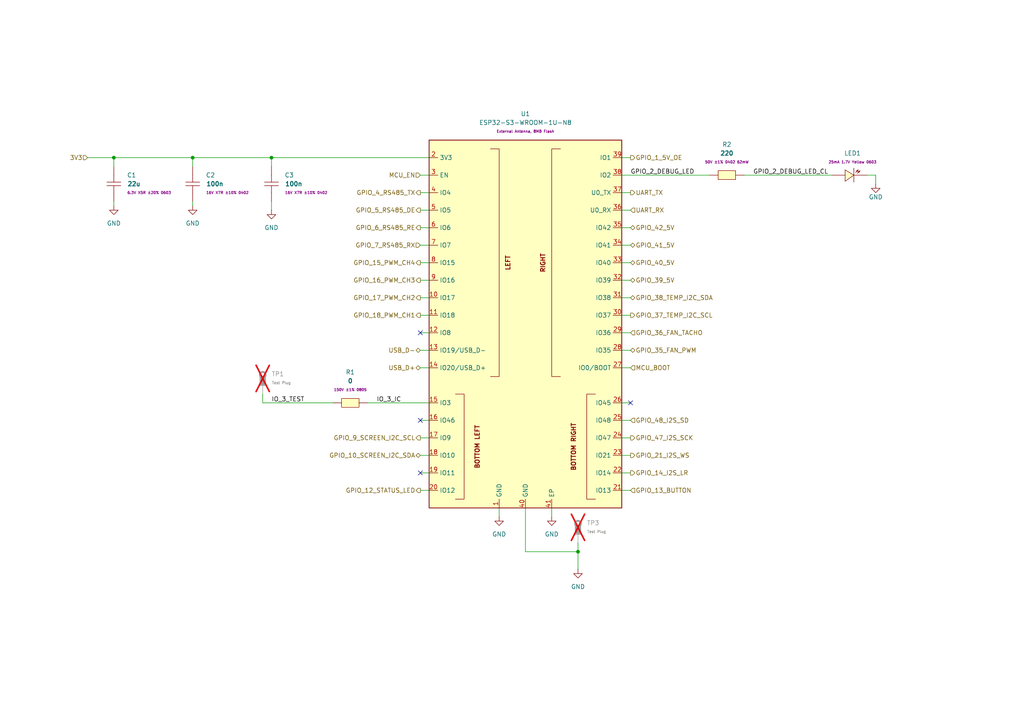
<source format=kicad_sch>
(kicad_sch (version 20231120) (generator "eeschema") (generator_version "8.0")
  (paper "A4")
  (lib_symbols
    (symbol "LiveAstra:C_100nF_X7R_0402" (pin_numbers hide) (pin_names hide)
      (property "Reference" "C" (at 0 8.89 0))
      (property "Value" "100n" (at 0 6.35 0))
      (property "Extra Values" "16V X7R ±10% 0402" (at 0 3.81 0))
      (symbol "C_100nF_X7R_0402_0_1"
        (polyline (pts (xy -2.54 0) (xy -0.51 0)))
        (polyline (pts (xy -0.51 2.03) (xy -0.51 -2.03)))
        (polyline (pts (xy 0.51 0) (xy 2.54 0)))
        (polyline (pts (xy 0.51 2.03) (xy 0.51 -2.03)))
      )
      (symbol "C_100nF_X7R_0402_1_1"
        (pin passive line (at -5.08 0 0) (length 2.54) (name "1") (number "1"))
        (pin passive line (at 5.08 0 180) (length 2.54) (name "2") (number "2"))
      )
    )
    (symbol "LiveAstra:C_22uF_X5R_0603" (pin_numbers hide) (pin_names hide)
      (property "Reference" "C" (at 0 8.89 0))
      (property "Value" "22u" (at 0 6.35 0))
      (property "Extra Values" "6.3V X5R ±20% 0603" (at 0 3.81 0))
      (symbol "C_22uF_X5R_0603_0_1"
        (polyline (pts (xy -0.51 -2.03) (xy -0.51 2.03)))
        (polyline (pts (xy -0.51 0) (xy -2.54 0)))
        (polyline (pts (xy 0.51 2.03) (xy 0.51 -2.03)))
        (polyline (pts (xy 2.54 0) (xy 0.51 0)))
      )
      (symbol "C_22uF_X5R_0603_1_1"
        (pin passive line (at -5.08 0 0) (length 2.54) (name "1") (number "1"))
        (pin passive line (at 5.08 0 180) (length 2.54) (name "2") (number "2"))
      )
    )
    (symbol "LiveAstra:ESP32-S3-WROOM-1U-N8"
      (property "Reference" "U" (at 0 66.04 0))
      (property "Value" "ESP32-S3-WROOM-1U-N8" (at 0 60.96 0))
      (property "Extra Values" "External Antenna, 8MB Flash" (at 0 55.88 0))
      (symbol "ESP32-S3-WROOM-1U-N8_0_0"
        (rectangle (start -27.94 53.34) (end 27.94 -53.34) (stroke (width 0.254)) (fill (type background)))
      )
      (symbol "ESP32-S3-WROOM-1U-N8_0_1"
        (polyline (pts (xy -20.32 -50.8) (xy -17.78 -50.8) (xy -17.78 -20.32) (xy -20.32 -20.32)))
        (polyline (pts (xy -10.16 -15.24) (xy -7.62 -15.24) (xy -7.62 50.8) (xy -10.16 50.8)))
        (polyline (pts (xy 10.16 50.8) (xy 7.62 50.8) (xy 7.62 -15.24) (xy 10.16 -15.24)))
        (polyline (pts (xy 20.32 -20.32) (xy 17.78 -20.32) (xy 17.78 -50.8) (xy 20.32 -50.8)))
      )
      (symbol "ESP32-S3-WROOM-1U-N8_1_1"
        (text "BOTTOM LEFT" (at -13.97 -35.56 900) (effects (font (size 1.27 1.27) (bold yes))))
        (text "BOTTOM RIGHT" (at 13.97 -35.56 900) (effects (font (size 1.27 1.27) (bold yes))))
        (text "LEFT" (at -5.08 17.78 900) (effects (font (size 1.27 1.27) (bold yes))))
        (text "RIGHT" (at 5.08 17.78 900) (effects (font (size 1.27 1.27) (bold yes))))
        (pin power_in line (at -7.62 -53.34 90) (length 2.54) (name "GND") (number "1"))
        (pin bidirectional line (at -27.94 7.62 0) (length 2.54) (name "IO17") (number "10"))
        (pin bidirectional line (at -27.94 2.54 0) (length 2.54) (name "IO18") (number "11"))
        (pin bidirectional line (at -27.94 -2.54 0) (length 2.54) (name "IO8") (number "12"))
        (pin bidirectional line (at -27.94 -7.62 0) (length 2.54) (name "IO19/USB_D-") (number "13"))
        (pin bidirectional line (at -27.94 -12.7 0) (length 2.54) (name "IO20/USB_D+") (number "14"))
        (pin bidirectional line (at -27.94 -22.86 0) (length 2.54) (name "IO3") (number "15"))
        (pin bidirectional line (at -27.94 -27.94 0) (length 2.54) (name "IO46") (number "16"))
        (pin bidirectional line (at -27.94 -33.02 0) (length 2.54) (name "IO9") (number "17"))
        (pin bidirectional line (at -27.94 -38.1 0) (length 2.54) (name "IO10") (number "18"))
        (pin bidirectional line (at -27.94 -43.18 0) (length 2.54) (name "IO11") (number "19"))
        (pin power_in line (at -27.94 48.26 0) (length 2.54) (name "3V3") (number "2"))
        (pin bidirectional line (at -27.94 -48.26 0) (length 2.54) (name "IO12") (number "20"))
        (pin bidirectional line (at 27.94 -48.26 180) (length 2.54) (name "IO13") (number "21"))
        (pin bidirectional line (at 27.94 -43.18 180) (length 2.54) (name "IO14") (number "22"))
        (pin bidirectional line (at 27.94 -38.1 180) (length 2.54) (name "IO21") (number "23"))
        (pin bidirectional line (at 27.94 -33.02 180) (length 2.54) (name "IO47") (number "24"))
        (pin bidirectional line (at 27.94 -27.94 180) (length 2.54) (name "IO48") (number "25"))
        (pin bidirectional line (at 27.94 -22.86 180) (length 2.54) (name "IO45") (number "26"))
        (pin bidirectional line (at 27.94 -12.7 180) (length 2.54) (name "IO0/BOOT") (number "27"))
        (pin bidirectional line (at 27.94 -7.62 180) (length 2.54) (name "IO35") (number "28"))
        (pin bidirectional line (at 27.94 -2.54 180) (length 2.54) (name "IO36") (number "29"))
        (pin input line (at -27.94 43.18 0) (length 2.54) (name "EN") (number "3"))
        (pin bidirectional line (at 27.94 2.54 180) (length 2.54) (name "IO37") (number "30"))
        (pin bidirectional line (at 27.94 7.62 180) (length 2.54) (name "IO38") (number "31"))
        (pin bidirectional line (at 27.94 12.7 180) (length 2.54) (name "IO39") (number "32"))
        (pin bidirectional line (at 27.94 17.78 180) (length 2.54) (name "IO40") (number "33"))
        (pin bidirectional line (at 27.94 22.86 180) (length 2.54) (name "IO41") (number "34"))
        (pin bidirectional line (at 27.94 27.94 180) (length 2.54) (name "IO42") (number "35"))
        (pin bidirectional line (at 27.94 33.02 180) (length 2.54) (name "U0_RX") (number "36"))
        (pin bidirectional line (at 27.94 38.1 180) (length 2.54) (name "U0_TX") (number "37"))
        (pin bidirectional line (at 27.94 43.18 180) (length 2.54) (name "IO2") (number "38"))
        (pin bidirectional line (at 27.94 48.26 180) (length 2.54) (name "IO1") (number "39"))
        (pin bidirectional line (at -27.94 38.1 0) (length 2.54) (name "IO4") (number "4"))
        (pin power_in line (at 0 -53.34 90) (length 2.54) (name "GND") (number "40"))
        (pin power_in line (at 7.62 -53.34 90) (length 2.54) (name "EP") (number "41"))
        (pin bidirectional line (at -27.94 33.02 0) (length 2.54) (name "IO5") (number "5"))
        (pin bidirectional line (at -27.94 27.94 0) (length 2.54) (name "IO6") (number "6"))
        (pin bidirectional line (at -27.94 22.86 0) (length 2.54) (name "IO7") (number "7"))
        (pin bidirectional line (at -27.94 17.78 0) (length 2.54) (name "IO15") (number "8"))
        (pin bidirectional line (at -27.94 12.7 0) (length 2.54) (name "IO16") (number "9"))
      )
    )
    (symbol "LiveAstra:LED_YELLOW_25mA_0603" (pin_numbers hide) (pin_names hide)
      (property "Reference" "LED" (at 0 6.35 0))
      (property "Extra Values" "25mA 1.7V Yellow 0603" (at 0 3.81 0))
      (symbol "LED_YELLOW_25mA_0603_0_1"
        (polyline (pts (xy 1.27 -2.03) (xy 1.27 2.03)))
        (polyline (pts (xy 1.778 0.762) (xy 2.286 1.27)))
        (polyline (pts (xy 2.286 0.508) (xy 2.794 1.016)))
        (polyline (pts (xy -1.27 1.52) (xy 1.27 0) (xy -1.27 -1.78) (xy -1.27 1.52)) (fill (type background)))
        (polyline (pts (xy 2.54 1.524) (xy 2.286 1.016) (xy 2.032 1.27) (xy 2.54 1.524)) (fill (type background)))
        (polyline (pts (xy 3.048 1.27) (xy 2.794 0.762) (xy 2.54 1.016) (xy 3.048 1.27)) (fill (type background)))
      )
      (symbol "LED_YELLOW_25mA_0603_1_1"
        (pin passive line (at 5.08 0 180) (length 3.81) (name "K") (number "1"))
        (pin passive line (at -5.08 0 0) (length 3.81) (name "A") (number "2"))
      )
    )
    (symbol "LiveAstra:R_0Ohm_0805_125mW" (pin_numbers hide) (pin_names hide)
      (property "Reference" "R" (at 0 7.62 0))
      (property "Value" "0" (at 0 5.08 0))
      (property "Extra Values" "150V ±1% 0805" (at 0 2.54 0))
      (symbol "R_0Ohm_0805_125mW_0_1"
        (rectangle (start -2.54 1.27) (end 2.54 -1.27) (fill (type background)))
      )
      (symbol "R_0Ohm_0805_125mW_1_1"
        (pin passive line (at -5.08 0 0) (length 2.54) (name "1") (number "1"))
        (pin passive line (at 5.08 0 180) (length 2.54) (name "2") (number "2"))
      )
    )
    (symbol "LiveAstra:R_220Ohm_0402_62mW" (pin_numbers hide) (pin_names hide)
      (property "Reference" "R" (at 0 7.62 0))
      (property "Value" "220" (at 0 5.08 0))
      (property "Extra Values" "50V ±1% 0402 62mW" (at 0 2.54 0))
      (symbol "R_220Ohm_0402_62mW_0_1"
        (rectangle (start -2.54 1.27) (end 2.54 -1.27) (fill (type background)))
      )
      (symbol "R_220Ohm_0402_62mW_1_1"
        (pin passive line (at -5.08 0 0) (length 2.54) (name "1") (number "1"))
        (pin passive line (at 5.08 0 180) (length 2.54) (name "2") (number "2"))
      )
    )
    (symbol "LiveAstra:TestPoint_Thimble" (pin_numbers hide) (pin_names hide) (in_bom no)
      (property "Reference" "TP" (at 0 9.5043 0))
      (property "Extra Values" "Test Plug" (at 0 7.62 0))
      (symbol "TestPoint_Thimble_1_1"
        (rectangle (start -0.762 5.08) (end 0.762 2.54) (stroke (width 0.254)) (fill (type outline)))
        (arc (start 0.508 4.9323) (mid 0 6.4175) (end -0.508 4.9323) (stroke (width 0.508)))
        (pin passive line (at 0 0 90) (length 2.54) (name "1") (number "1"))
      )
    )
    (symbol "power:GND" (power) (pin_numbers hide) (pin_names (offset 0) hide)
      (property "Value" "GND" (at 0 -3.81 0))
      (symbol "GND_0_1"
        (polyline (pts (xy 0 0) (xy 0 -1.27) (xy 1.27 -1.27) (xy 0 -2.54) (xy -1.27 -1.27) (xy 0 -1.27)))
      )
      (symbol "GND_1_1"
        (pin power_in line (at 0 0 270) (length 0) (name "~") (number "1"))
      )
    )
  )
  (junction (at 167.64 160.02))
  (junction (at 33.02 45.72))
  (junction (at 78.74 45.72))
  (junction (at 55.88 45.72))
  (no_connect (at 182.88 116.84))
  (no_connect (at 121.92 96.52))
  (no_connect (at 121.92 137.16))
  (no_connect (at 121.92 121.92))
  (wire (pts (xy 254 53.34) (xy 254 50.8)))
  (wire (pts (xy 182.88 132.08) (xy 180.34 132.08)))
  (wire (pts (xy 167.64 160.02) (xy 167.64 165.1)))
  (wire (pts (xy 121.92 66.04) (xy 124.46 66.04)))
  (wire (pts (xy 121.92 137.16) (xy 124.46 137.16)))
  (wire (pts (xy 121.92 60.96) (xy 124.46 60.96)))
  (wire (pts (xy 215.9 50.8) (xy 241.3 50.8)))
  (wire (pts (xy 182.88 116.84) (xy 180.34 116.84)))
  (wire (pts (xy 33.02 59.69) (xy 33.02 58.42)))
  (wire (pts (xy 182.88 121.92) (xy 180.34 121.92)))
  (wire (pts (xy 121.92 96.52) (xy 124.46 96.52)))
  (wire (pts (xy 152.4 160.02) (xy 167.64 160.02)))
  (wire (pts (xy 182.88 91.44) (xy 180.34 91.44)))
  (wire (pts (xy 33.02 48.26) (xy 33.02 45.72)))
  (wire (pts (xy 121.92 91.44) (xy 124.46 91.44)))
  (wire (pts (xy 25.4 45.72) (xy 33.02 45.72)))
  (wire (pts (xy 33.02 45.72) (xy 55.88 45.72)))
  (wire (pts (xy 152.4 147.32) (xy 152.4 160.02)))
  (wire (pts (xy 121.92 106.68) (xy 124.46 106.68)))
  (wire (pts (xy 180.34 55.88) (xy 182.88 55.88)))
  (wire (pts (xy 182.88 106.68) (xy 180.34 106.68)))
  (wire (pts (xy 182.88 137.16) (xy 180.34 137.16)))
  (wire (pts (xy 182.88 45.72) (xy 180.34 45.72)))
  (wire (pts (xy 76.2 114.3) (xy 76.2 116.84)))
  (wire (pts (xy 78.74 45.72) (xy 78.74 48.26)))
  (wire (pts (xy 121.92 121.92) (xy 124.46 121.92)))
  (wire (pts (xy 121.92 101.6) (xy 124.46 101.6)))
  (wire (pts (xy 106.68 116.84) (xy 124.46 116.84)))
  (wire (pts (xy 180.34 76.2) (xy 182.88 76.2)))
  (wire (pts (xy 121.92 86.36) (xy 124.46 86.36)))
  (wire (pts (xy 144.78 149.86) (xy 144.78 147.32)))
  (wire (pts (xy 182.88 86.36) (xy 180.34 86.36)))
  (wire (pts (xy 55.88 48.26) (xy 55.88 45.72)))
  (wire (pts (xy 78.74 58.42) (xy 78.74 60.96)))
  (wire (pts (xy 121.92 142.24) (xy 124.46 142.24)))
  (wire (pts (xy 167.64 157.48) (xy 167.64 160.02)))
  (wire (pts (xy 78.74 45.72) (xy 124.46 45.72)))
  (wire (pts (xy 121.92 81.28) (xy 124.46 81.28)))
  (wire (pts (xy 182.88 142.24) (xy 180.34 142.24)))
  (wire (pts (xy 55.88 45.72) (xy 78.74 45.72)))
  (wire (pts (xy 121.92 55.88) (xy 124.46 55.88)))
  (wire (pts (xy 254 50.8) (xy 251.46 50.8)))
  (wire (pts (xy 180.34 81.28) (xy 182.88 81.28)))
  (wire (pts (xy 182.88 127) (xy 180.34 127)))
  (wire (pts (xy 121.92 76.2) (xy 124.46 76.2)))
  (wire (pts (xy 160.02 149.86) (xy 160.02 147.32)))
  (wire (pts (xy 180.34 66.04) (xy 182.88 66.04)))
  (wire (pts (xy 121.92 71.12) (xy 124.46 71.12)))
  (wire (pts (xy 76.2 116.84) (xy 96.52 116.84)))
  (wire (pts (xy 121.92 132.08) (xy 124.46 132.08)))
  (wire (pts (xy 121.92 50.8) (xy 124.46 50.8)))
  (wire (pts (xy 205.74 50.8) (xy 180.34 50.8)))
  (wire (pts (xy 180.34 71.12) (xy 182.88 71.12)))
  (wire (pts (xy 55.88 59.69) (xy 55.88 58.42)))
  (wire (pts (xy 121.92 127) (xy 124.46 127)))
  (wire (pts (xy 180.34 60.96) (xy 182.88 60.96)))
  (wire (pts (xy 182.88 101.6) (xy 180.34 101.6)))
  (wire (pts (xy 182.88 96.52) (xy 180.34 96.52)))
  (label "IO_3_IC" (at 109.22 116.84 0))
  (label "IO_3_TEST" (at 78.74 116.84 0))
  (label "GPIO_2_DEBUG_LED" (at 182.88 50.8 0))
  (label "GPIO_2_DEBUG_LED_CL" (at 218.44 50.8 0))
  (hierarchical_label "GPIO_14_I2S_LR" (shape output) (at 182.88 137.16 0))
  (hierarchical_label "USB_D+" (shape bidirectional) (at 121.92 106.68 180))
  (hierarchical_label "GPIO_38_TEMP_I2C_SDA" (shape bidirectional) (at 182.88 86.36 0))
  (hierarchical_label "GPIO_13_BUTTON" (shape input) (at 182.88 142.24 0))
  (hierarchical_label "GPIO_18_PWM_CH1" (shape output) (at 121.92 91.44 180))
  (hierarchical_label "UART_RX" (shape input) (at 182.88 60.96 0))
  (hierarchical_label "GPIO_5_RS485_DE" (shape output) (at 121.92 60.96 180))
  (hierarchical_label "MCU_BOOT" (shape input) (at 182.88 106.68 0))
  (hierarchical_label "GPIO_21_I2S_WS" (shape output) (at 182.88 132.08 0))
  (hierarchical_label "MCU_EN" (shape input) (at 121.92 50.8 180))
  (hierarchical_label "GPIO_41_5V" (shape bidirectional) (at 182.88 71.12 0))
  (hierarchical_label "GPIO_17_PWM_CH2" (shape output) (at 121.92 86.36 180))
  (hierarchical_label "3V3" (shape input) (at 25.4 45.72 180))
  (hierarchical_label "GPIO_39_5V" (shape bidirectional) (at 182.88 81.28 0))
  (hierarchical_label "GPIO_12_STATUS_LED" (shape output) (at 121.92 142.24 180))
  (hierarchical_label "GPIO_1_5V_OE" (shape output) (at 182.88 45.72 0))
  (hierarchical_label "GPIO_37_TEMP_I2C_SCL" (shape output) (at 182.88 91.44 0))
  (hierarchical_label "GPIO_7_RS485_RX" (shape input) (at 121.92 71.12 180))
  (hierarchical_label "GPIO_35_FAN_PWM" (shape bidirectional) (at 182.88 101.6 0))
  (hierarchical_label "GPIO_4_RS485_TX" (shape output) (at 121.92 55.88 180))
  (hierarchical_label "UART_TX" (shape output) (at 182.88 55.88 0))
  (hierarchical_label "GPIO_15_PWM_CH4" (shape output) (at 121.92 76.2 180))
  (hierarchical_label "GPIO_48_I2S_SD" (shape input) (at 182.88 121.92 0))
  (hierarchical_label "GPIO_40_5V" (shape bidirectional) (at 182.88 76.2 0))
  (hierarchical_label "GPIO_47_I2S_SCK" (shape output) (at 182.88 127 0))
  (hierarchical_label "USB_D-" (shape bidirectional) (at 121.92 101.6 180))
  (hierarchical_label "GPIO_6_RS485_RE" (shape output) (at 121.92 66.04 180))
  (hierarchical_label "GPIO_9_SCREEN_I2C_SCL" (shape output) (at 121.92 127 180))
  (hierarchical_label "GPIO_42_5V" (shape bidirectional) (at 182.88 66.04 0))
  (hierarchical_label "GPIO_36_FAN_TACHO" (shape input) (at 182.88 96.52 0))
  (hierarchical_label "GPIO_16_PWM_CH3" (shape output) (at 121.92 81.28 180))
  (hierarchical_label "GPIO_10_SCREEN_I2C_SDA" (shape bidirectional) (at 121.92 132.08 180))
  (symbol (lib_id "LiveAstra:C_100nF_X7R_0402") (at 55.88 53.34 90) (unit 1)
    (property "Reference" "C2" (at 59.69 50.7999 90) (effects (justify right)))
    (property "Value" "100n" (at 59.69 53.34 90) (effects (font (bold yes)) (justify right)))
    (property "Footprint" "LiveAstra:C_0402_1005Metric" (effects (hide yes)))
    (property "Datasheet" "https://wmsc.lcsc.com/wmsc/upload/file/pdf/v2/lcsc/2304140030_Samsung-Electro-Mechanics-CL05B104KO5NNNC_C1525.pdf" (effects (hide yes)))
    (property "Description" "Multilayer Ceramic Capacitor" (effects (hide yes)))
    (property "LCSC Part" "C1525" (effects (hide yes)))
    (property "Extra Values" "16V X7R ±10% 0402" (at 59.69 55.8799 90) (effects (font (size 0.762 0.762) (bold yes)) (justify right)))
  )
  (symbol (lib_id "power:GND") (at 55.88 59.69 0) (unit 1)
    (property "Reference" "#PWR05" (effects (hide yes)))
    (property "Value" "GND" (at 55.88 64.77 0))
    (property "Description" "Power symbol creates a global label with name \"GND\" , ground" (effects (hide yes)))
  )
  (symbol (lib_id "LiveAstra:LED_YELLOW_25mA_0603") (at 246.38 50.8 0) (unit 1)
    (property "Reference" "LED1" (at 247.269 44.45 0))
    (property "Value" "LED_Yellow_25mA_0603" (effects (hide yes)))
    (property "Footprint" "LiveAstra:LED_0603_1608Metric" (effects (hide yes)))
    (property "Datasheet" "https://lcsc.com/product-detail/Light-Emitting-Diodes-LED_0603-Yellow-light_C72038.html" (effects (hide yes)))
    (property "Description" "Yellow LED SMD 0603" (effects (hide yes)))
    (property "LCSC Part" "C72038" (effects (hide yes)))
    (property "Extra Values" "25mA 1.7V Yellow 0603" (at 247.269 46.99 0) (effects (font (size 0.762 0.762) (bold yes))))
  )
  (symbol (lib_id "LiveAstra:C_22uF_X5R_0603") (at 33.02 53.34 90) (unit 1)
    (property "Reference" "C1" (at 36.83 50.7999 90) (effects (justify right)))
    (property "Value" "22u" (at 36.83 53.34 90) (effects (font (bold yes)) (justify right)))
    (property "Footprint" "LiveAstra:C_0603_1608Metric" (effects (hide yes)))
    (property "Datasheet" "https://lcsc.com/product-detail/Multilayer-Ceramic-Capacitors-MLCC-SMD-SMT_SAMSUNG_CL10A226MQ8NRNC_22uF-226-20-6-3V_C59461.html" (effects (hide yes)))
    (property "Description" "Multilayer Ceramic Capacitor" (effects (hide yes)))
    (property "LCSC Part" "C59461" (effects (hide yes)))
    (property "Extra Values" "6.3V X5R ±20% 0603" (at 36.83 55.8799 90) (effects (font (size 0.762 0.762) (bold yes)) (justify right)))
  )
  (symbol (lib_id "LiveAstra:R_220Ohm_0402_62mW") (at 210.82 50.8 0) (unit 1)
    (property "Reference" "R2" (at 210.82 41.91 0))
    (property "Value" "220" (at 210.82 44.45 0) (effects (font (bold yes))))
    (property "Footprint" "LiveAstra:R_0402_1005Metric" (effects (hide yes)))
    (property "Datasheet" "https://lcsc.com/product-detail/Chip-Resistor-Surface-Mount-UniOhm_220R-2200-1_C25091.html" (effects (hide yes)))
    (property "Description" "Thick Film Resistors" (effects (hide yes)))
    (property "LCSC Part" "C25091" (effects (hide yes)))
    (property "Extra Values" "50V ±1% 0402 62mW" (at 210.82 46.99 0) (effects (font (size 0.762 0.762) (bold yes))))
  )
  (symbol (lib_id "LiveAstra:TestPoint_Thimble") (at 167.64 157.48 0) (unit 1) (in_bom no) (dnp yes)
    (property "Reference" "TP3" (at 170.18 151.6676 0) (effects (justify left)))
    (property "Value" "TestPoint_Thimble" (effects (hide yes)))
    (property "Footprint" "LiveAstra:TestPoint_Loop_D3.50mm_Drill0.9mm_Beaded" (effects (hide yes)))
    (property "LCSC Part" "C5277086" (effects (hide yes)))
    (property "Extra Values" "Test Plug" (at 170.18 154.2076 0) (effects (font (size 0.762 0.762) (bold yes)) (justify left)))
  )
  (symbol (lib_id "power:GND") (at 33.02 59.69 0) (unit 1)
    (property "Reference" "#PWR04" (effects (hide yes)))
    (property "Value" "GND" (at 33.02 64.77 0))
    (property "Description" "Power symbol creates a global label with name \"GND\" , ground" (effects (hide yes)))
  )
  (symbol (lib_id "LiveAstra:C_100nF_X7R_0402") (at 78.74 53.34 90) (unit 1)
    (property "Reference" "C3" (at 82.55 50.7999 90) (effects (justify right)))
    (property "Value" "100n" (at 82.55 53.34 90) (effects (font (bold yes)) (justify right)))
    (property "Footprint" "LiveAstra:C_0402_1005Metric" (effects (hide yes)))
    (property "Datasheet" "https://wmsc.lcsc.com/wmsc/upload/file/pdf/v2/lcsc/2304140030_Samsung-Electro-Mechanics-CL05B104KO5NNNC_C1525.pdf" (effects (hide yes)))
    (property "Description" "Multilayer Ceramic Capacitor" (effects (hide yes)))
    (property "LCSC Part" "C1525" (effects (hide yes)))
    (property "Extra Values" "16V X7R ±10% 0402" (at 82.55 55.8799 90) (effects (font (size 0.762 0.762) (bold yes)) (justify right)))
  )
  (symbol (lib_id "power:GND") (at 78.74 60.96 0) (unit 1)
    (property "Reference" "#PWR06" (effects (hide yes)))
    (property "Value" "GND" (at 78.74 66.04 0))
    (property "Description" "Power symbol creates a global label with name \"GND\" , ground" (effects (hide yes)))
  )
  (symbol (lib_id "power:GND") (at 160.02 149.86 0) (unit 1)
    (property "Reference" "#PWR08" (effects (hide yes)))
    (property "Value" "GND" (at 160.02 154.94 0))
    (property "Description" "Power symbol creates a global label with name \"GND\" , ground" (effects (hide yes)))
  )
  (symbol (lib_id "power:GND") (at 254 53.34 0) (unit 1)
    (property "Reference" "#PWR010" (effects (hide yes)))
    (property "Value" "GND" (at 254 57.15 0))
    (property "Description" "Power symbol creates a global label with name \"GND\" , ground" (effects (hide yes)))
  )
  (symbol (lib_id "power:GND") (at 167.64 165.1 0) (unit 1)
    (property "Reference" "#PWR09" (effects (hide yes)))
    (property "Value" "GND" (at 167.64 170.18 0))
    (property "Description" "Power symbol creates a global label with name \"GND\" , ground" (effects (hide yes)))
  )
  (symbol (lib_id "power:GND") (at 144.78 149.86 0) (unit 1)
    (property "Reference" "#PWR07" (effects (hide yes)))
    (property "Value" "GND" (at 144.78 154.94 0))
    (property "Description" "Power symbol creates a global label with name \"GND\" , ground" (effects (hide yes)))
  )
  (symbol (lib_id "LiveAstra:R_0Ohm_0805_125mW") (at 101.6 116.84 0) (unit 1)
    (property "Reference" "R1" (at 101.6 107.95 0))
    (property "Value" "0" (at 101.6 110.49 0) (effects (font (bold yes))))
    (property "Footprint" "LiveAstra:R_0805_2012Metric_Pad1.20x1.40mm_HandSolder" (effects (hide yes)))
    (property "Datasheet" "https://lcsc.com/product-detail/Chip-Resistor-Surface-Mount-UniOhm_0R-0R0-1_C17477.html" (effects (hide yes)))
    (property "Description" "Thick Film Resistors" (effects (hide yes)))
    (property "LCSC Part" "C17477" (effects (hide yes)))
    (property "Extra Values" "150V ±1% 0805" (at 101.6 113.03 0) (effects (font (size 0.762 0.762) (bold yes))))
  )
  (symbol (lib_id "LiveAstra:ESP32-S3-WROOM-1U-N8") (at 152.4 93.98 0) (unit 1)
    (property "Reference" "U1" (at 152.4 33.02 0))
    (property "Value" "ESP32-S3-WROOM-1U-N8" (at 152.4 35.56 0))
    (property "Footprint" "LiveAstra:WIRELM-SMD_ESP32-S3-WROOM-1U" (effects (hide yes)))
    (property "Datasheet" "https://www.espressif.com/sites/default/files/documentation/esp32-s3-wroom-1_wroom-1u_datasheet_en.pdf" (effects (hide yes)))
    (property "Description" "RF Module, ESP32-S3 SoC, Wi-Fi 802.11b/g/n, Bluetooth, BLE, 32-bit, 3.3V, onboard antenna, SMD" (effects (hide yes)))
    (property "Extra Values" "External Antenna, 8MB Flash" (at 152.4 38.1 0) (effects (font (size 0.762 0.762) (bold yes))))
  )
  (symbol (lib_id "LiveAstra:TestPoint_Thimble") (at 76.2 114.3 0) (unit 1) (in_bom no) (dnp yes)
    (property "Reference" "TP1" (at 78.74 108.4876 0) (effects (justify left)))
    (property "Value" "TestPoint_Thimble" (effects (hide yes)))
    (property "Footprint" "LiveAstra:TestPoint_Loop_D3.50mm_Drill0.9mm_Beaded" (effects (hide yes)))
    (property "LCSC Part" "C5277086" (effects (hide yes)))
    (property "Extra Values" "Test Plug" (at 78.74 111.0276 0) (effects (font (size 0.762 0.762) (bold yes)) (justify left)))
  )
)
</source>
